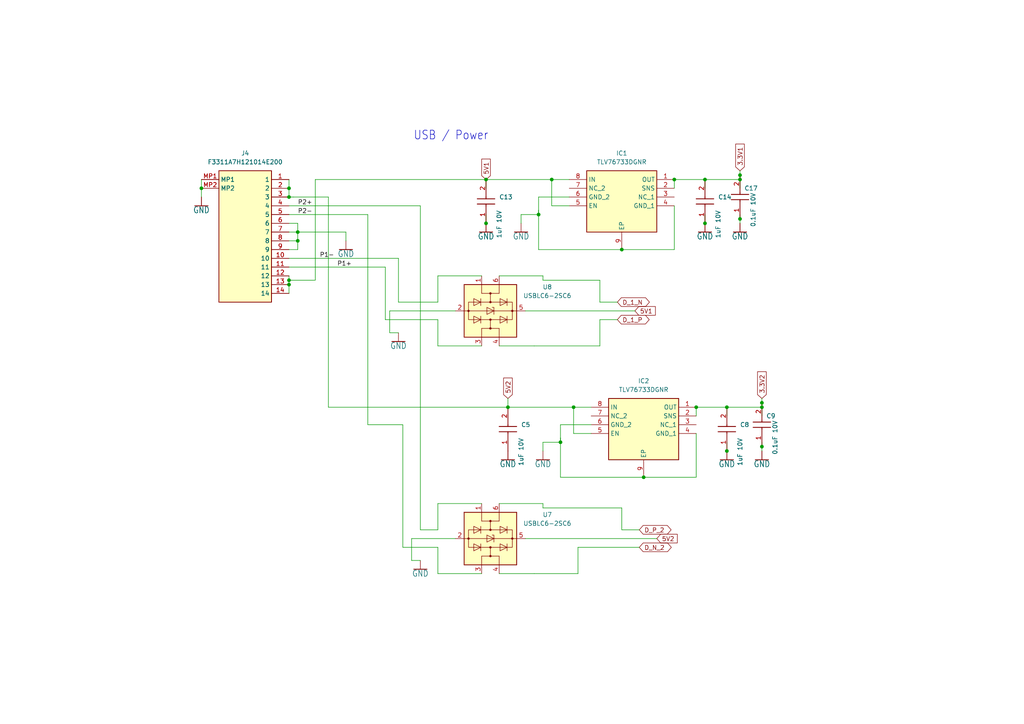
<source format=kicad_sch>
(kicad_sch (version 20230121) (generator eeschema)
  (paper "A4")
  (lib_symbols
    (symbol "Power_Protection:USBLC6-2SC6" (pin_names hide)
      (property "Reference" "U" (at 2.54 8.89 0))
      (property "Value" "USBLC6-2SC6" (at 2.54 -8.89 0))
      (symbol "USBLC6-2SC6_0_1"
        (rectangle (start -7.62 -7.62) (end 7.62 7.62) (stroke (width 0.254)) (fill (type background)))
        (circle (center -5.08 0) (radius 0.254) (fill (type outline)))
        (circle (center -2.54 0) (radius 0.254) (fill (type outline)))
        (rectangle (start -2.54 6.35) (end 2.54 -6.35))
        (circle (center 0 -6.35) (radius 0.254) (fill (type outline)))
        (polyline (pts (xy -5.08 -2.54) (xy -7.62 -2.54)))
        (polyline (pts (xy -5.08 0) (xy -5.08 -2.54)))
        (polyline (pts (xy -5.08 2.54) (xy -7.62 2.54)))
        (polyline (pts (xy -1.524 -2.794) (xy -3.556 -2.794)))
        (polyline (pts (xy -1.524 4.826) (xy -3.556 4.826)))
        (polyline (pts (xy 0 -7.62) (xy 0 -6.35)))
        (polyline (pts (xy 0 -6.35) (xy 0 1.27)))
        (polyline (pts (xy 0 1.27) (xy 0 6.35)))
        (polyline (pts (xy 0 6.35) (xy 0 7.62)))
        (polyline (pts (xy 1.524 -2.794) (xy 3.556 -2.794)))
        (polyline (pts (xy 1.524 4.826) (xy 3.556 4.826)))
        (polyline (pts (xy 5.08 -2.54) (xy 7.62 -2.54)))
        (polyline (pts (xy 5.08 0) (xy 5.08 -2.54)))
        (polyline (pts (xy 5.08 2.54) (xy 7.62 2.54)))
        (polyline (pts (xy -2.54 0) (xy -5.08 0) (xy -5.08 2.54)))
        (polyline (pts (xy 2.54 0) (xy 5.08 0) (xy 5.08 2.54)))
        (polyline (pts (xy -3.556 -4.826) (xy -1.524 -4.826) (xy -2.54 -2.794) (xy -3.556 -4.826)))
        (polyline (pts (xy -3.556 2.794) (xy -1.524 2.794) (xy -2.54 4.826) (xy -3.556 2.794)))
        (polyline (pts (xy -1.016 -1.016) (xy 1.016 -1.016) (xy 0 1.016) (xy -1.016 -1.016)))
        (polyline (pts (xy 1.016 1.016) (xy 0.762 1.016) (xy -1.016 1.016) (xy -1.016 0.508)))
        (polyline (pts (xy 3.556 -4.826) (xy 1.524 -4.826) (xy 2.54 -2.794) (xy 3.556 -4.826)))
        (polyline (pts (xy 3.556 2.794) (xy 1.524 2.794) (xy 2.54 4.826) (xy 3.556 2.794)))
        (circle (center 0 6.35) (radius 0.254) (fill (type outline)))
        (circle (center 2.54 0) (radius 0.254) (fill (type outline)))
        (circle (center 5.08 0) (radius 0.254) (fill (type outline)))
      )
      (symbol "USBLC6-2SC6_1_1"
        (pin passive line (at -10.16 -2.54 0) (length 2.54) (name "I/O1") (number "1"))
        (pin passive line (at 0 -10.16 90) (length 2.54) (name "GND") (number "2"))
        (pin passive line (at 10.16 -2.54 180) (length 2.54) (name "I/O2") (number "3"))
        (pin passive line (at 10.16 2.54 180) (length 2.54) (name "I/O2") (number "4"))
        (pin passive line (at 0 10.16 270) (length 2.54) (name "VBUS") (number "5"))
        (pin passive line (at -10.16 2.54 0) (length 2.54) (name "I/O1") (number "6"))
      )
    )
    (symbol "Qwiic-USB_Hub-eagle-import:GND" (power)
      (property "Value" "GND" (at 0 -0.254 0))
      (symbol "GND_1_0"
        (polyline (pts (xy -1.905 0) (xy 1.905 0)) (stroke (width 0.254)))
        (pin power_in line (at 0 2.54 270) (length 2.54) (name "GND") (number "1"))
      )
    )
    (symbol "SamacSys_Parts:C0603T104K8RAC7867" (pin_names hide)
      (property "Reference" "C" (at 8.89 6.35 0))
      (property "Value" "C0603T104K8RAC7867" (at 8.89 3.81 0))
      (symbol "C0603T104K8RAC7867_1_1"
        (polyline (pts (xy 5.08 0) (xy 5.588 0)) (stroke (width 0.254)))
        (polyline (pts (xy 5.588 2.54) (xy 5.588 -2.54)) (stroke (width 0.254)))
        (polyline (pts (xy 7.112 0) (xy 7.62 0)) (stroke (width 0.254)))
        (polyline (pts (xy 7.112 2.54) (xy 7.112 -2.54)) (stroke (width 0.254)))
        (pin passive line (at 0 0 0) (length 5.08) (name "1") (number "1"))
        (pin passive line (at 12.7 0 180) (length 5.08) (name "2") (number "2"))
      )
    )
    (symbol "SamacSys_Parts:CL10B105KB8NQNC" (pin_names hide)
      (property "Reference" "C" (at 8.89 6.35 0))
      (property "Value" "CL10B105KB8NQNC" (at 8.89 3.81 0))
      (symbol "CL10B105KB8NQNC_1_1"
        (polyline (pts (xy 5.08 0) (xy 5.588 0)) (stroke (width 0.254)))
        (polyline (pts (xy 5.588 2.54) (xy 5.588 -2.54)) (stroke (width 0.254)))
        (polyline (pts (xy 7.112 0) (xy 7.62 0)) (stroke (width 0.254)))
        (polyline (pts (xy 7.112 2.54) (xy 7.112 -2.54)) (stroke (width 0.254)))
        (pin passive line (at 0 0 0) (length 5.08) (name "1") (number "1"))
        (pin passive line (at 12.7 0 180) (length 5.08) (name "2") (number "2"))
      )
    )
    (symbol "SamacSys_Parts:F3311A7H121014E200"
      (property "Reference" "J" (at 21.59 7.62 0))
      (property "Value" "F3311A7H121014E200" (at 21.59 5.08 0))
      (symbol "F3311A7H121014E200_1_1"
        (rectangle (start 5.08 2.54) (end 20.32 -35.56) (stroke (width 0.254)) (fill (type background)))
        (pin passive line (at 25.4 0 180) (length 5.08) (name "1") (number "1"))
        (pin passive line (at 25.4 -22.86 180) (length 5.08) (name "10") (number "10"))
        (pin passive line (at 25.4 -25.4 180) (length 5.08) (name "11") (number "11"))
        (pin passive line (at 25.4 -27.94 180) (length 5.08) (name "12") (number "12"))
        (pin passive line (at 25.4 -30.48 180) (length 5.08) (name "13") (number "13"))
        (pin passive line (at 25.4 -33.02 180) (length 5.08) (name "14") (number "14"))
        (pin passive line (at 25.4 -2.54 180) (length 5.08) (name "2") (number "2"))
        (pin passive line (at 25.4 -5.08 180) (length 5.08) (name "3") (number "3"))
        (pin passive line (at 25.4 -7.62 180) (length 5.08) (name "4") (number "4"))
        (pin passive line (at 25.4 -10.16 180) (length 5.08) (name "5") (number "5"))
        (pin passive line (at 25.4 -12.7 180) (length 5.08) (name "6") (number "6"))
        (pin passive line (at 25.4 -15.24 180) (length 5.08) (name "7") (number "7"))
        (pin passive line (at 25.4 -17.78 180) (length 5.08) (name "8") (number "8"))
        (pin passive line (at 25.4 -20.32 180) (length 5.08) (name "9") (number "9"))
        (pin passive line (at 0 0 0) (length 5.08) (name "MP1") (number "MP1"))
        (pin passive line (at 0 -2.54 0) (length 5.08) (name "MP2") (number "MP2"))
      )
    )
    (symbol "SamacSys_Parts:TLV76733DGNR"
      (property "Reference" "IC" (at 26.67 7.62 0))
      (property "Value" "TLV76733DGNR" (at 26.67 5.08 0))
      (symbol "TLV76733DGNR_1_1"
        (rectangle (start 5.08 2.54) (end 25.4 -15.24) (stroke (width 0.254)) (fill (type background)))
        (pin passive line (at 0 0 0) (length 5.08) (name "OUT") (number "1"))
        (pin passive line (at 0 -2.54 0) (length 5.08) (name "SNS") (number "2"))
        (pin passive line (at 0 -5.08 0) (length 5.08) (name "NC_1") (number "3"))
        (pin passive line (at 0 -7.62 0) (length 5.08) (name "GND_1") (number "4"))
        (pin passive line (at 30.48 -7.62 180) (length 5.08) (name "EN") (number "5"))
        (pin passive line (at 30.48 -5.08 180) (length 5.08) (name "GND_2") (number "6"))
        (pin passive line (at 30.48 -2.54 180) (length 5.08) (name "NC_2") (number "7"))
        (pin passive line (at 30.48 0 180) (length 5.08) (name "IN") (number "8"))
        (pin passive line (at 15.24 -20.32 90) (length 5.08) (name "EP") (number "9"))
      )
    )
  )
  (junction (at 162.56 128.27))
  (junction (at 186.69 138.43))
  (junction (at 156.21 62.23))
  (junction (at 160.02 52.07))
  (junction (at 86.36 69.85))
  (junction (at 201.93 118.11))
  (junction (at 220.98 116.84))
  (junction (at 140.97 52.07))
  (junction (at 204.47 52.07))
  (junction (at 214.63 52.07))
  (junction (at 195.58 52.07))
  (junction (at 58.42 54.61))
  (junction (at 166.37 118.11))
  (junction (at 180.34 72.39))
  (junction (at 147.32 118.11))
  (junction (at 204.47 64.77))
  (junction (at 220.98 129.54))
  (junction (at 220.98 118.11))
  (junction (at 83.82 81.28))
  (junction (at 86.36 67.31))
  (junction (at 210.82 130.81))
  (junction (at 83.82 54.61))
  (junction (at 140.97 64.77))
  (junction (at 210.82 118.11))
  (junction (at 83.82 82.55))
  (junction (at 83.82 57.15))
  (junction (at 214.63 50.8))
  (junction (at 214.63 63.5))
  (wire (pts (xy 83.82 67.31) (xy 86.36 67.31)) (stroke (width 0.1524)))
  (wire (pts (xy 113.03 90.17) (xy 132.08 90.17)))
  (wire (pts (xy 115.57 87.63) (xy 127 87.63)))
  (wire (pts (xy 173.99 92.71) (xy 173.99 100.33)) (stroke (width 0.1524)))
  (wire (pts (xy 165.1 57.15) (xy 156.21 57.15)))
  (wire (pts (xy 100.33 67.31) (xy 86.36 67.31)) (stroke (width 0.1524)))
  (wire (pts (xy 127 166.37) (xy 139.7 166.37)))
  (wire (pts (xy 162.56 128.27) (xy 162.56 138.43)))
  (wire (pts (xy 201.93 125.73) (xy 201.93 138.43)))
  (wire (pts (xy 162.56 128.27) (xy 162.56 127)) (stroke (width 0.1524)))
  (wire (pts (xy 127 100.33) (xy 139.7 100.33)))
  (wire (pts (xy 111.76 92.71) (xy 127 92.71)))
  (wire (pts (xy 152.4 156.21) (xy 190.5 156.21)))
  (wire (pts (xy 214.63 54.61) (xy 214.63 52.07)) (stroke (width 0.1524)))
  (wire (pts (xy 140.97 52.07) (xy 160.02 52.07)) (stroke (width 0.1524)))
  (wire (pts (xy 173.99 87.63) (xy 179.07 87.63)) (stroke (width 0.1524)))
  (wire (pts (xy 91.44 52.07) (xy 140.97 52.07)) (stroke (width 0.1524)))
  (wire (pts (xy 157.48 80.01) (xy 157.48 81.28)))
  (wire (pts (xy 83.82 80.01) (xy 83.82 81.28)))
  (wire (pts (xy 115.57 87.63) (xy 115.57 74.93)))
  (wire (pts (xy 151.13 62.23) (xy 151.13 64.77)) (stroke (width 0.1524)))
  (wire (pts (xy 166.37 125.73) (xy 171.45 125.73)))
  (wire (pts (xy 157.48 128.27) (xy 162.56 128.27)) (stroke (width 0.1524)))
  (wire (pts (xy 214.63 49.53) (xy 214.63 50.8)) (stroke (width 0.1524)))
  (wire (pts (xy 83.82 74.93) (xy 115.57 74.93)))
  (wire (pts (xy 119.38 162.56) (xy 119.38 156.21)))
  (wire (pts (xy 160.02 52.07) (xy 165.1 52.07)) (stroke (width 0.1524)))
  (wire (pts (xy 210.82 130.81) (xy 210.82 128.27)) (stroke (width 0.1524)))
  (wire (pts (xy 83.82 77.47) (xy 111.76 77.47)))
  (wire (pts (xy 220.98 130.81) (xy 220.98 129.54)) (stroke (width 0.1524)))
  (wire (pts (xy 180.34 153.67) (xy 180.34 147.32)) (stroke (width 0.1524)))
  (wire (pts (xy 157.48 147.32) (xy 180.34 147.32)) (stroke (width 0.1524)))
  (wire (pts (xy 83.82 72.39) (xy 86.36 72.39)))
  (wire (pts (xy 220.98 116.84) (xy 220.98 118.11)) (stroke (width 0.1524)))
  (wire (pts (xy 166.37 118.11) (xy 171.45 118.11)))
  (wire (pts (xy 156.21 57.15) (xy 156.21 62.23)))
  (wire (pts (xy 83.82 57.15) (xy 85.09 57.15)) (stroke (width 0.1524)))
  (wire (pts (xy 91.44 81.28) (xy 91.44 52.07)))
  (wire (pts (xy 195.58 52.07) (xy 195.58 54.61)))
  (wire (pts (xy 83.82 62.23) (xy 106.68 62.23)) (stroke (width 0.1524)))
  (wire (pts (xy 95.25 57.15) (xy 85.09 57.15)))
  (wire (pts (xy 154.94 100.33) (xy 173.99 100.33)) (stroke (width 0.1524)))
  (wire (pts (xy 151.13 62.23) (xy 156.21 62.23)) (stroke (width 0.1524)))
  (wire (pts (xy 83.82 82.55) (xy 83.82 85.09)))
  (wire (pts (xy 167.64 158.75) (xy 167.64 166.37)) (stroke (width 0.1524)))
  (wire (pts (xy 83.82 69.85) (xy 86.36 69.85)))
  (wire (pts (xy 210.82 118.11) (xy 210.82 120.65)) (stroke (width 0.1524)))
  (wire (pts (xy 95.25 118.11) (xy 147.32 118.11)) (stroke (width 0.1524)))
  (wire (pts (xy 111.76 77.47) (xy 111.76 92.71)))
  (wire (pts (xy 152.4 90.17) (xy 184.15 90.17)))
  (wire (pts (xy 156.21 72.39) (xy 180.34 72.39)))
  (wire (pts (xy 113.03 96.52) (xy 113.03 90.17)))
  (wire (pts (xy 127 87.63) (xy 127 80.01)))
  (wire (pts (xy 220.98 115.57) (xy 220.98 116.84)) (stroke (width 0.1524)))
  (wire (pts (xy 83.82 54.61) (xy 83.82 52.07)) (stroke (width 0.1524)))
  (wire (pts (xy 127 146.05) (xy 139.7 146.05)))
  (wire (pts (xy 166.37 118.11) (xy 166.37 125.73)))
  (wire (pts (xy 171.45 123.19) (xy 162.56 123.19)))
  (wire (pts (xy 83.82 57.15) (xy 83.82 54.61)) (stroke (width 0.1524)))
  (wire (pts (xy 121.92 153.67) (xy 127 153.67)))
  (wire (pts (xy 144.78 166.37) (xy 154.94 166.37)))
  (wire (pts (xy 204.47 52.07) (xy 214.63 52.07)) (stroke (width 0.1524)))
  (wire (pts (xy 127 92.71) (xy 127 100.33)))
  (wire (pts (xy 162.56 138.43) (xy 186.69 138.43)))
  (wire (pts (xy 157.48 128.27) (xy 157.48 130.81)) (stroke (width 0.1524)))
  (wire (pts (xy 220.98 129.54) (xy 220.98 128.27)) (stroke (width 0.1524)))
  (wire (pts (xy 83.82 64.77) (xy 86.36 64.77)) (stroke (width 0.1524)))
  (wire (pts (xy 195.58 59.69) (xy 195.58 72.39)))
  (wire (pts (xy 127 80.01) (xy 139.7 80.01)))
  (wire (pts (xy 214.63 64.77) (xy 214.63 63.5)) (stroke (width 0.1524)))
  (wire (pts (xy 106.68 123.19) (xy 106.68 62.23)) (stroke (width 0.1524)))
  (wire (pts (xy 116.84 123.19) (xy 116.84 158.75)) (stroke (width 0.1524)))
  (wire (pts (xy 167.64 158.75) (xy 185.42 158.75)) (stroke (width 0.1524)))
  (wire (pts (xy 83.82 81.28) (xy 83.82 82.55)))
  (wire (pts (xy 214.63 50.8) (xy 214.63 52.07)) (stroke (width 0.1524)))
  (wire (pts (xy 156.21 62.23) (xy 156.21 72.39)))
  (wire (pts (xy 214.63 63.5) (xy 214.63 62.23)) (stroke (width 0.1524)))
  (wire (pts (xy 121.92 162.56) (xy 119.38 162.56)))
  (wire (pts (xy 147.32 115.57) (xy 147.32 118.11)) (stroke (width 0.1524)))
  (wire (pts (xy 173.99 87.63) (xy 173.99 81.28)) (stroke (width 0.1524)))
  (wire (pts (xy 115.57 96.52) (xy 113.03 96.52)))
  (wire (pts (xy 157.48 146.05) (xy 157.48 147.32)))
  (wire (pts (xy 86.36 72.39) (xy 86.36 69.85)))
  (wire (pts (xy 140.97 54.61) (xy 140.97 52.07)) (stroke (width 0.1524)))
  (wire (pts (xy 204.47 64.77) (xy 204.47 62.23)) (stroke (width 0.1524)))
  (wire (pts (xy 201.93 118.11) (xy 210.82 118.11)) (stroke (width 0.1524)))
  (wire (pts (xy 160.02 52.07) (xy 160.02 59.69)))
  (wire (pts (xy 83.82 81.28) (xy 91.44 81.28)))
  (wire (pts (xy 154.94 166.37) (xy 167.64 166.37)) (stroke (width 0.1524)))
  (wire (pts (xy 86.36 69.85) (xy 86.36 67.31)))
  (wire (pts (xy 157.48 81.28) (xy 173.99 81.28)) (stroke (width 0.1524)))
  (wire (pts (xy 220.98 120.65) (xy 220.98 118.11)) (stroke (width 0.1524)))
  (wire (pts (xy 195.58 52.07) (xy 204.47 52.07)) (stroke (width 0.1524)))
  (wire (pts (xy 173.99 92.71) (xy 179.07 92.71)) (stroke (width 0.1524)))
  (wire (pts (xy 121.92 59.69) (xy 121.92 153.67)) (stroke (width 0.1524)))
  (wire (pts (xy 204.47 52.07) (xy 204.47 54.61)) (stroke (width 0.1524)))
  (wire (pts (xy 127 158.75) (xy 127 166.37)))
  (wire (pts (xy 119.38 156.21) (xy 132.08 156.21)))
  (wire (pts (xy 160.02 59.69) (xy 165.1 59.69)))
  (wire (pts (xy 156.21 62.23) (xy 156.21 60.96)) (stroke (width 0.1524)))
  (wire (pts (xy 58.42 52.07) (xy 58.42 54.61)))
  (wire (pts (xy 116.84 158.75) (xy 127 158.75)) (stroke (width 0.1524)))
  (wire (pts (xy 201.93 118.11) (xy 201.93 120.65)))
  (wire (pts (xy 162.56 123.19) (xy 162.56 128.27)))
  (wire (pts (xy 201.93 138.43) (xy 186.69 138.43)))
  (wire (pts (xy 116.84 123.19) (xy 106.68 123.19)) (stroke (width 0.1524)))
  (wire (pts (xy 144.78 100.33) (xy 154.94 100.33)))
  (wire (pts (xy 210.82 118.11) (xy 220.98 118.11)) (stroke (width 0.1524)))
  (wire (pts (xy 127 153.67) (xy 127 146.05)))
  (wire (pts (xy 180.34 153.67) (xy 185.42 153.67)) (stroke (width 0.1524)))
  (wire (pts (xy 58.42 54.61) (xy 58.42 57.15)))
  (wire (pts (xy 86.36 64.77) (xy 86.36 67.31)) (stroke (width 0.1524)))
  (wire (pts (xy 144.78 146.05) (xy 157.48 146.05)))
  (wire (pts (xy 140.97 64.77) (xy 140.97 62.23)) (stroke (width 0.1524)))
  (wire (pts (xy 147.32 118.11) (xy 166.37 118.11)) (stroke (width 0.1524)))
  (wire (pts (xy 95.25 57.15) (xy 95.25 118.11)))
  (wire (pts (xy 195.58 72.39) (xy 180.34 72.39)))
  (wire (pts (xy 100.33 67.31) (xy 100.33 69.85)) (stroke (width 0.1524)))
  (wire (pts (xy 121.92 59.69) (xy 83.82 59.69)) (stroke (width 0.1524)))
  (wire (pts (xy 144.78 80.01) (xy 157.48 80.01)))
  (text "USB / Power" (at 130.81 39.37 0) (effects (font (size 2.54 2.159))))
  (label "P2-" (at 86.36 62.23 0))
  (label "P1+" (at 97.79 77.47 0))
  (label "P2+" (at 86.36 59.69 0))
  (label "P1-" (at 92.71 74.93 0))
  (global_label "5V1" (shape input) (at 184.15 90.17 0) (property "Intersheetrefs" "${INTERSHEET_REFS}" (effects hide)))
  (global_label "D_1_N" (shape bidirectional) (at 179.07 87.63 0) (property "Intersheetrefs" "${INTERSHEET_REFS}" (effects hide)))
  (global_label "D_N_2" (shape bidirectional) (at 185.42 158.75 0) (property "Intersheetrefs" "${INTERSHEET_REFS}" (effects hide)))
  (global_label "3.3V2" (shape input) (at 220.98 115.57 90) (property "Intersheetrefs" "${INTERSHEET_REFS}" (effects hide)))
  (global_label "D_P_2" (shape bidirectional) (at 185.42 153.67 0) (property "Intersheetrefs" "${INTERSHEET_REFS}" (effects hide)))
  (global_label "3.3V1" (shape input) (at 214.63 49.53 90) (property "Intersheetrefs" "${INTERSHEET_REFS}" (effects hide)))
  (global_label "5V2" (shape input) (at 147.32 115.57 90) (property "Intersheetrefs" "${INTERSHEET_REFS}" (effects hide)))
  (global_label "D_1_P" (shape bidirectional) (at 179.07 92.71 0) (property "Intersheetrefs" "${INTERSHEET_REFS}" (effects hide)))
  (global_label "5V2" (shape input) (at 190.5 156.21 0) (property "Intersheetrefs" "${INTERSHEET_REFS}" (effects hide)))
  (global_label "5V1" (shape input) (at 140.97 52.07 90) (property "Intersheetrefs" "${INTERSHEET_REFS}" (effects hide)))
  (symbol (lib_id "Qwiic-USB_Hub-eagle-import:GND") (at 214.63 67.31 0) (unit 1)
    (property "Reference" "#GND040" (effects hide))
    (property "Value" "GND" (at 214.63 67.564 0) (effects (font (size 1.778 1.5113)) (justify top)))
  )
  (symbol (lib_id "Qwiic-USB_Hub-eagle-import:GND") (at 204.47 67.31 0) (unit 1)
    (property "Reference" "#GND037" (effects hide))
    (property "Value" "GND" (at 204.47 67.564 0) (effects (font (size 1.778 1.5113)) (justify top)))
  )
  (symbol (lib_id "Qwiic-USB_Hub-eagle-import:GND") (at 220.98 133.35 0) (unit 1)
    (property "Reference" "#GND013" (effects hide))
    (property "Value" "GND" (at 220.98 133.604 0) (effects (font (size 1.778 1.5113)) (justify top)))
  )
  (symbol (lib_id "SamacSys_Parts:CL10B105KB8NQNC") (at 147.32 130.81 90) (unit 1)
    (property "Reference" "C5" (at 151.13 123.19 90) (effects (justify right)))
    (property "Value" "1uF 10V" (at 151.13 127 0) (effects (justify right)))
    (property "Footprint" "CAPC1608X95N" (effects hide))
    (property "Datasheet" "https://product.samsungsem.com/mlcc/CL10B105KB8NQN.do" (effects hide))
    (property "Height" "0.95" (effects hide))
    (property "Manufacturer_Name" "SAMSUNG" (effects hide))
    (property "Manufacturer_Part_Number" "CL10B105KB8NQNC" (effects hide))
    (property "Mouser Part Number" "187-CL10B105KB8NQNC" (effects hide))
    (property "Mouser Price/Stock" "https://www.mouser.co.uk/ProductDetail/Samsung-Electro-Mechanics/CL10B105KB8NQNC?qs=Jm2GQyTW%2FbjBq1uiSyA2AQ%3D%3D" (effects hide))
    (property "Arrow Part Number" "CL10B105KB8NQNC" (effects hide))
    (property "Arrow Price/Stock" "https://www.arrow.com/en/products/cl10b105kb8nqnc/samsung-electro-mechanics?region=europe" (effects hide))
  )
  (symbol (lib_id "SamacSys_Parts:CL10B105KB8NQNC") (at 204.47 64.77 90) (unit 1)
    (property "Reference" "C14" (at 208.28 57.15 90) (effects (justify right)))
    (property "Value" "1uF 10V" (at 208.28 60.96 0) (effects (justify right)))
    (property "Footprint" "CAPC1608X95N" (effects hide))
    (property "Datasheet" "https://product.samsungsem.com/mlcc/CL10B105KB8NQN.do" (effects hide))
    (property "Height" "0.95" (effects hide))
    (property "Manufacturer_Name" "SAMSUNG" (effects hide))
    (property "Manufacturer_Part_Number" "CL10B105KB8NQNC" (effects hide))
    (property "Mouser Part Number" "187-CL10B105KB8NQNC" (effects hide))
    (property "Mouser Price/Stock" "https://www.mouser.co.uk/ProductDetail/Samsung-Electro-Mechanics/CL10B105KB8NQNC?qs=Jm2GQyTW%2FbjBq1uiSyA2AQ%3D%3D" (effects hide))
    (property "Arrow Part Number" "CL10B105KB8NQNC" (effects hide))
    (property "Arrow Price/Stock" "https://www.arrow.com/en/products/cl10b105kb8nqnc/samsung-electro-mechanics?region=europe" (effects hide))
  )
  (symbol (lib_id "SamacSys_Parts:CL10B105KB8NQNC") (at 210.82 130.81 90) (unit 1)
    (property "Reference" "C8" (at 214.63 123.19 90) (effects (justify right)))
    (property "Value" "1uF 10V" (at 214.63 127 0) (effects (justify right)))
    (property "Footprint" "CAPC1608X95N" (effects hide))
    (property "Datasheet" "https://product.samsungsem.com/mlcc/CL10B105KB8NQN.do" (effects hide))
    (property "Height" "0.95" (effects hide))
    (property "Manufacturer_Name" "SAMSUNG" (effects hide))
    (property "Manufacturer_Part_Number" "CL10B105KB8NQNC" (effects hide))
    (property "Mouser Part Number" "187-CL10B105KB8NQNC" (effects hide))
    (property "Mouser Price/Stock" "https://www.mouser.co.uk/ProductDetail/Samsung-Electro-Mechanics/CL10B105KB8NQNC?qs=Jm2GQyTW%2FbjBq1uiSyA2AQ%3D%3D" (effects hide))
    (property "Arrow Part Number" "CL10B105KB8NQNC" (effects hide))
    (property "Arrow Price/Stock" "https://www.arrow.com/en/products/cl10b105kb8nqnc/samsung-electro-mechanics?region=europe" (effects hide))
  )
  (symbol (lib_id "Qwiic-USB_Hub-eagle-import:GND") (at 121.92 165.1 0) (unit 1)
    (property "Reference" "#GND03" (effects hide))
    (property "Value" "GND" (at 121.92 165.354 0) (effects (font (size 1.778 1.5113)) (justify top)))
  )
  (symbol (lib_id "Qwiic-USB_Hub-eagle-import:GND") (at 151.13 67.31 0) (unit 1)
    (property "Reference" "#GND035" (effects hide))
    (property "Value" "GND" (at 151.13 67.564 0) (effects (font (size 1.778 1.5113)) (justify top)))
  )
  (symbol (lib_id "SamacSys_Parts:C0603T104K8RAC7867") (at 214.63 63.5 90) (unit 1)
    (property "Reference" "C17" (at 215.9 54.61 90) (effects (justify right)))
    (property "Value" "0.1uF 10V" (at 218.44 55.88 0) (effects (justify right)))
    (property "Footprint" "CAPC1608X87N" (effects hide))
    (property "Datasheet" "https://gr.mouser.com/datasheet/2/212/KEM_C1027_X7R_COTS_SMD-1099449.pdf" (effects hide))
    (property "Height" "0.87" (effects hide))
    (property "Manufacturer_Name" "KEMET" (effects hide))
    (property "Manufacturer_Part_Number" "C0603T104K8RAC7867" (effects hide))
    (property "Mouser Part Number" "80-C0603T104K8RACTU" (effects hide))
    (property "Mouser Price/Stock" "https://www.mouser.co.uk/ProductDetail/KEMET/C0603T104K8RAC7867/?qs=u16ybLDytRacEvii9M2jow%3D%3D" (effects hide))
  )
  (symbol (lib_id "SamacSys_Parts:TLV76733DGNR") (at 201.93 118.11 0) (mirror y) (unit 1)
    (property "Reference" "IC2" (at 186.69 110.49 0))
    (property "Value" "TLV76733DGNR" (at 186.69 113.03 0))
    (property "Footprint" "SOP65P490X110-9N" (effects hide))
    (property "Datasheet" "https://www.ti.com/lit/ds/symlink/tlv767.pdf?ts=1601893180135&ref_url=https%253A%252F%252Fduckduckgo.com%252F" (effects hide))
    (property "Height" "1.1" (effects hide))
    (property "Manufacturer_Name" "Texas Instruments" (effects hide))
    (property "Manufacturer_Part_Number" "TLV76733DGNR" (effects hide))
    (property "Mouser Part Number" "595-TLV76733DGNR" (effects hide))
    (property "Mouser Price/Stock" "https://www.mouser.co.uk/ProductDetail/Texas-Instruments/TLV76733DGNR?qs=W%2FMpXkg%252BdQ7WCurh%2FfEdlw%3D%3D" (effects hide))
    (property "Arrow Part Number" "TLV76733DGNR" (effects hide))
    (property "Arrow Price/Stock" "https://www.arrow.com/en/products/tlv76733dgnr/texas-instruments?region=nac" (effects hide))
  )
  (symbol (lib_id "Qwiic-USB_Hub-eagle-import:GND") (at 210.82 133.35 0) (unit 1)
    (property "Reference" "#GND07" (effects hide))
    (property "Value" "GND" (at 210.82 133.604 0) (effects (font (size 1.778 1.5113)) (justify top)))
  )
  (symbol (lib_id "SamacSys_Parts:C0603T104K8RAC7867") (at 220.98 129.54 90) (unit 1)
    (property "Reference" "C9" (at 222.25 120.65 90) (effects (justify right)))
    (property "Value" "0.1uF 10V" (at 224.79 121.92 0) (effects (justify right)))
    (property "Footprint" "CAPC1608X87N" (effects hide))
    (property "Datasheet" "https://gr.mouser.com/datasheet/2/212/KEM_C1027_X7R_COTS_SMD-1099449.pdf" (effects hide))
    (property "Height" "0.87" (effects hide))
    (property "Manufacturer_Name" "KEMET" (effects hide))
    (property "Manufacturer_Part_Number" "C0603T104K8RAC7867" (effects hide))
    (property "Mouser Part Number" "80-C0603T104K8RACTU" (effects hide))
    (property "Mouser Price/Stock" "https://www.mouser.co.uk/ProductDetail/KEMET/C0603T104K8RAC7867/?qs=u16ybLDytRacEvii9M2jow%3D%3D" (effects hide))
  )
  (symbol (lib_id "Qwiic-USB_Hub-eagle-import:GND") (at 58.42 59.69 0) (unit 1)
    (property "Reference" "#GND025" (effects hide))
    (property "Value" "GND" (at 58.42 59.944 0) (effects (font (size 1.778 1.5113)) (justify top)))
  )
  (symbol (lib_id "SamacSys_Parts:TLV76733DGNR") (at 195.58 52.07 0) (mirror y) (unit 1)
    (property "Reference" "IC1" (at 180.34 44.45 0))
    (property "Value" "TLV76733DGNR" (at 180.34 46.99 0))
    (property "Footprint" "SOP65P490X110-9N" (effects hide))
    (property "Datasheet" "https://www.ti.com/lit/ds/symlink/tlv767.pdf?ts=1601893180135&ref_url=https%253A%252F%252Fduckduckgo.com%252F" (effects hide))
    (property "Height" "1.1" (effects hide))
    (property "Manufacturer_Name" "Texas Instruments" (effects hide))
    (property "Manufacturer_Part_Number" "TLV76733DGNR" (effects hide))
    (property "Mouser Part Number" "595-TLV76733DGNR" (effects hide))
    (property "Mouser Price/Stock" "https://www.mouser.co.uk/ProductDetail/Texas-Instruments/TLV76733DGNR?qs=W%2FMpXkg%252BdQ7WCurh%2FfEdlw%3D%3D" (effects hide))
    (property "Arrow Part Number" "TLV76733DGNR" (effects hide))
    (property "Arrow Price/Stock" "https://www.arrow.com/en/products/tlv76733dgnr/texas-instruments?region=nac" (effects hide))
  )
  (symbol (lib_id "Qwiic-USB_Hub-eagle-import:GND") (at 157.48 133.35 0) (unit 1)
    (property "Reference" "#GND06" (effects hide))
    (property "Value" "GND" (at 157.48 133.604 0) (effects (font (size 1.778 1.5113)) (justify top)))
  )
  (symbol (lib_id "Power_Protection:USBLC6-2SC6") (at 142.24 90.17 270) (unit 1)
    (property "Reference" "U8" (at 158.75 83.2419 90))
    (property "Value" "USBLC6-2SC6" (at 158.75 85.7819 90))
    (property "Footprint" "Package_TO_SOT_SMD:SOT-23-6" (effects hide))
    (property "Datasheet" "https://www.st.com/resource/en/datasheet/usblc6-2.pdf" (effects hide))
  )
  (symbol (lib_id "Qwiic-USB_Hub-eagle-import:GND") (at 140.97 67.31 0) (unit 1)
    (property "Reference" "#GND029" (effects hide))
    (property "Value" "GND" (at 140.97 67.564 0) (effects (font (size 1.778 1.5113)) (justify top)))
  )
  (symbol (lib_id "SamacSys_Parts:F3311A7H121014E200") (at 58.42 52.07 0) (unit 1)
    (property "Reference" "J4" (at 71.12 44.45 0))
    (property "Value" "F3311A7H121014E200" (at 71.12 46.99 0))
    (property "Footprint" "F3311A7H121014E200" (effects hide))
    (property "Datasheet" "https://cdn.amphenol-cs.com/media/wysiwyg/files/documentation/datasheet/flex/ffc_fpc_050mm_f331.pdf" (effects hide))
    (property "Height" "1.12" (effects hide))
    (property "Manufacturer_Name" "Amphenol Communications Solutions" (effects hide))
    (property "Manufacturer_Part_Number" "F3311A7H121014E200" (effects hide))
  )
  (symbol (lib_id "SamacSys_Parts:CL10B105KB8NQNC") (at 140.97 64.77 90) (unit 1)
    (property "Reference" "C13" (at 144.78 57.15 90) (effects (justify right)))
    (property "Value" "1uF 10V" (at 144.78 60.96 0) (effects (justify right)))
    (property "Footprint" "CAPC1608X95N" (effects hide))
    (property "Datasheet" "https://product.samsungsem.com/mlcc/CL10B105KB8NQN.do" (effects hide))
    (property "Height" "0.95" (effects hide))
    (property "Manufacturer_Name" "SAMSUNG" (effects hide))
    (property "Manufacturer_Part_Number" "CL10B105KB8NQNC" (effects hide))
    (property "Mouser Part Number" "187-CL10B105KB8NQNC" (effects hide))
    (property "Mouser Price/Stock" "https://www.mouser.co.uk/ProductDetail/Samsung-Electro-Mechanics/CL10B105KB8NQNC?qs=Jm2GQyTW%2FbjBq1uiSyA2AQ%3D%3D" (effects hide))
    (property "Arrow Part Number" "CL10B105KB8NQNC" (effects hide))
    (property "Arrow Price/Stock" "https://www.arrow.com/en/products/cl10b105kb8nqnc/samsung-electro-mechanics?region=europe" (effects hide))
  )
  (symbol (lib_id "Qwiic-USB_Hub-eagle-import:GND") (at 147.32 133.35 0) (unit 1)
    (property "Reference" "#GND04" (effects hide))
    (property "Value" "GND" (at 147.32 133.604 0) (effects (font (size 1.778 1.5113)) (justify top)))
  )
  (symbol (lib_id "Qwiic-USB_Hub-eagle-import:GND") (at 100.33 72.39 0) (unit 1)
    (property "Reference" "#GND026" (effects hide))
    (property "Value" "GND" (at 100.33 72.644 0) (effects (font (size 1.778 1.5113)) (justify top)))
  )
  (symbol (lib_id "Power_Protection:USBLC6-2SC6") (at 142.24 156.21 270) (unit 1)
    (property "Reference" "U7" (at 158.75 149.2819 90))
    (property "Value" "USBLC6-2SC6" (at 158.75 151.8219 90))
    (property "Footprint" "Package_TO_SOT_SMD:SOT-23-6" (effects hide))
    (property "Datasheet" "https://www.st.com/resource/en/datasheet/usblc6-2.pdf" (effects hide))
  )
  (symbol (lib_id "Qwiic-USB_Hub-eagle-import:GND") (at 115.57 99.06 0) (unit 1)
    (property "Reference" "#GND028" (effects hide))
    (property "Value" "GND" (at 115.57 99.314 0) (effects (font (size 1.778 1.5113)) (justify top)))
  )
)
</source>
